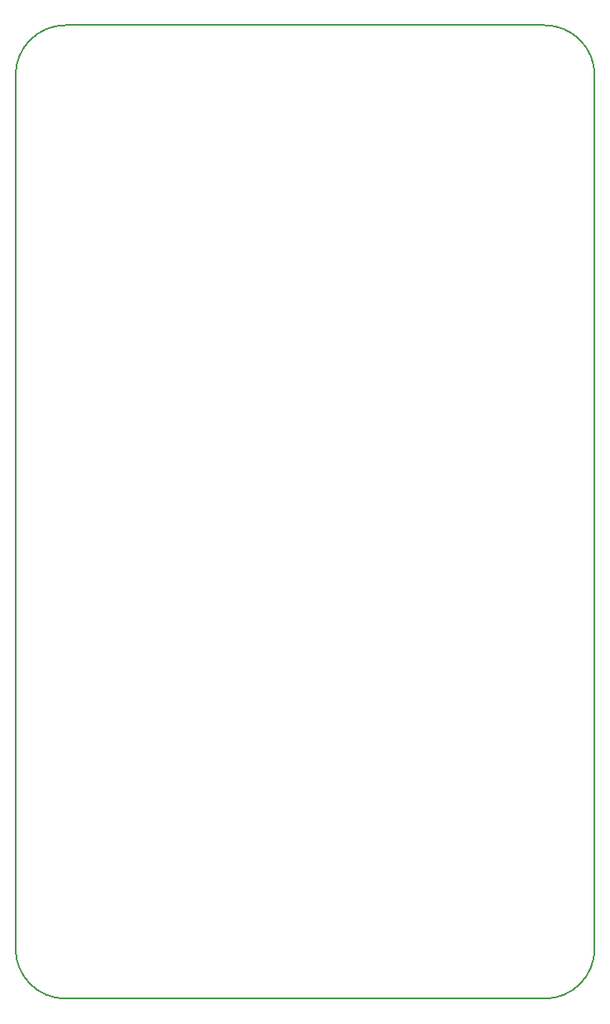
<source format=gm1>
G04 #@! TF.GenerationSoftware,KiCad,Pcbnew,5.1.5-1.fc31*
G04 #@! TF.CreationDate,2020-02-18T03:07:30-08:00*
G04 #@! TF.ProjectId,apa102_7seg_digit,61706131-3032-45f3-9773-65675f646967,rev?*
G04 #@! TF.SameCoordinates,Original*
G04 #@! TF.FileFunction,Profile,NP*
%FSLAX46Y46*%
G04 Gerber Fmt 4.6, Leading zero omitted, Abs format (unit mm)*
G04 Created by KiCad (PCBNEW 5.1.5-1.fc31) date 2020-02-18 03:07:31*
%MOMM*%
%LPD*%
G04 APERTURE LIST*
%ADD10C,0.200000*%
G04 APERTURE END LIST*
D10*
X115672220Y-141223431D02*
X115672220Y-51833431D01*
X115672220Y-51833431D02*
G75*
G02X120797220Y-46708431I5125000J0D01*
G01*
X174992218Y-141223431D02*
G75*
G02X169867219Y-146348430I-5124999J0D01*
G01*
X120797220Y-146348431D02*
G75*
G02X115672220Y-141223431I0J5125000D01*
G01*
X169867219Y-46708430D02*
G75*
G02X174992219Y-51833430I0J-5125000D01*
G01*
X174992219Y-141223430D02*
X174992219Y-51833430D01*
X169867219Y-146348430D02*
X120797220Y-146348430D01*
X169867219Y-46708430D02*
X120797220Y-46708431D01*
M02*

</source>
